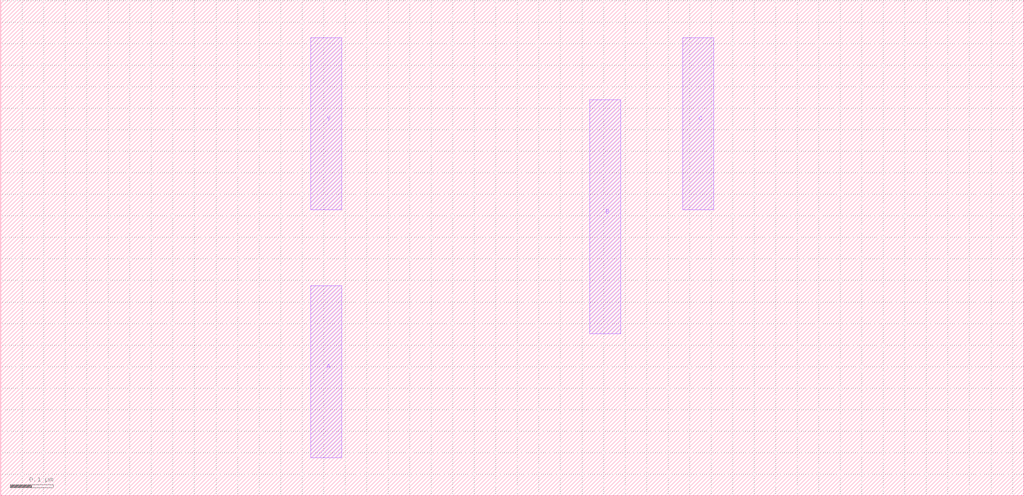
<source format=lef>
VERSION 5.6 ;
BUSBITCHARS "[]" ;
DIVIDERCHAR "/" ;

MACRO AND2x2
  CLASS CORE ;
  ORIGIN 0 0 ;
  FOREIGN AND2x2 0 0 ;
SIZE 1.296 BY 0.576 ;
  SYMMETRY X Y ;
  SITE coreSite ;
  PIN A
    DIRECTION INPUT ;
    USE SIGNAL ;
    PORT
      LAYER M1 ;
RECT 0.72 0.088 0.792 0.488 ;
    END
  END A
  PIN B
    DIRECTION INPUT ;
    USE SIGNAL ;
    PORT
      LAYER M1 ;
RECT 0.936 0.088 1.008 0.488 ;
    END
  END B
  PIN Y
    DIRECTION OUTPUT ;
    USE SIGNAL ;
    PORT
      LAYER M1 ;
RECT 0.504 0.088 0.576 0.488 ;
    END
  END Y
END AND2x2

MACRO AND3x1
  CLASS CORE ;
  ORIGIN 0 0 ;
  FOREIGN AND3x1 0 0 ;
SIZE 1.296 BY 0.576 ;
  SYMMETRY X Y ;
  SITE coreSite ;
  PIN A
    DIRECTION INPUT ;
    USE SIGNAL ;
    PORT
      LAYER M1 ;
RECT 0.936 0.088 1.008 0.488 ;
    END
  END A
  PIN B
    DIRECTION INPUT ;
    USE SIGNAL ;
    PORT
      LAYER M1 ;
RECT 0.72 0.088 0.792 0.488 ;
    END
  END B
  PIN C
    DIRECTION INPUT ;
    USE SIGNAL ;
    PORT
      LAYER M1 ;
RECT 0.504 0.088 0.576 0.488 ;
    END
  END C
  PIN Y
    DIRECTION OUTPUT ;
    USE SIGNAL ;
    PORT
      LAYER M1 ;
RECT 0.288 0.088 0.36 0.488 ;
    END
  END Y
END AND3x1

MACRO AND3x2
  CLASS CORE ;
  ORIGIN 0 0 ;
  FOREIGN AND3x2 0 0 ;
SIZE 1.512 BY 0.576 ;
  SYMMETRY X Y ;
  SITE coreSite ;
  PIN A
    DIRECTION INPUT ;
    USE SIGNAL ;
    PORT
      LAYER M1 ;
RECT 1.152 0.088 1.224 0.488 ;
    END
  END A
  PIN B
    DIRECTION INPUT ;
    USE SIGNAL ;
    PORT
      LAYER M1 ;
RECT 0.936 0.088 1.008 0.488 ;
    END
  END B
  PIN C
    DIRECTION INPUT ;
    USE SIGNAL ;
    PORT
      LAYER M1 ;
RECT 0.72 0.088 0.792 0.488 ;
    END
  END C
  PIN Y
    DIRECTION OUTPUT ;
    USE SIGNAL ;
    PORT
      LAYER M1 ;
RECT 0.504 0.088 0.576 0.488 ;
    END
  END Y
END AND3x2

MACRO AOI21x1
  CLASS CORE ;
  ORIGIN 0 0 ;
  FOREIGN AOI21x1 0 0 ;
SIZE 1.944 BY 0.576 ;
  SYMMETRY X Y ;
  SITE coreSite ;
  PIN A1
    DIRECTION INPUT ;
    USE SIGNAL ;
    PORT
      LAYER M1 ;
RECT 0.072 0.088 0.144 0.488 ;
    END
  END A1
  PIN A2
    DIRECTION INPUT ;
    USE SIGNAL ;
    PORT
      LAYER M1 ;
RECT 1.584 0.088 1.656 0.488 ;
    END
  END A2
  PIN B
    DIRECTION INPUT ;
    USE SIGNAL ;
    PORT
      LAYER M1 ;
RECT 1.152 0.088 1.224 0.488 ;
    END
  END B
  PIN Y
    DIRECTION OUTPUT ;
    USE SIGNAL ;
    PORT
      LAYER M2 ;
RECT 0.268 0.252 0.812 0.324 ;
      LAYER M1 ;
RECT 0.72 0.088 0.792 0.488 ;
RECT 0.288 0.088 0.36 0.344 ;
      LAYER V1 ;
RECT 0.288 0.252 0.36 0.324 ;
RECT 0.72 0.252 0.792 0.324 ;
    END
  END Y
  OBS
    LAYER M1 ;
RECT 1.368 0.088 1.44 0.344 ;
RECT 0.504 0.088 0.576 0.344 ;
    LAYER M2 ;
RECT 0.484 0.108 1.46 0.18 ;
    LAYER V1 ;
RECT 1.368 0.108 1.44 0.18 ;
RECT 0.504 0.108 0.576 0.18 ;
  END
END AOI21x1

MACRO AOI22x1
  CLASS CORE ;
  ORIGIN 0 0 ;
  FOREIGN AOI22x1 0 0 ;
SIZE 1.296 BY 1.152 ;
  SYMMETRY X Y ;
  SITE coreSite ;
  PIN A1
    DIRECTION INPUT ;
    USE SIGNAL ;
    PORT
      LAYER M1 ;
RECT 0.936 0.088 1.008 0.488 ;
    END
  END A1
  PIN A2
    DIRECTION INPUT ;
    USE SIGNAL ;
    PORT
      LAYER M1 ;
RECT 0.72 0.088 0.792 0.488 ;
    END
  END A2
  PIN B1
    DIRECTION INPUT ;
    USE SIGNAL ;
    PORT
      LAYER M1 ;
RECT 0.288 0.088 0.36 0.488 ;
    END
  END B1
  PIN B2
    DIRECTION INPUT ;
    USE SIGNAL ;
    PORT
      LAYER M1 ;
RECT 0.504 0.664 0.576 1.064 ;
    END
  END B2
  PIN Y
    DIRECTION OUTPUT ;
    USE SIGNAL ;
    PORT
      LAYER M1 ;
RECT 0.72 0.664 0.792 1.064 ;
    END
  END Y
END AOI22x1

MACRO BUFx2
  CLASS CORE ;
  ORIGIN 0 0 ;
  FOREIGN BUFx2 0 0 ;
SIZE 1.08 BY 0.576 ;
  SYMMETRY X Y ;
  SITE coreSite ;
  PIN A
    DIRECTION INPUT ;
    USE SIGNAL ;
    PORT
      LAYER M1 ;
RECT 0.72 0.088 0.792 0.488 ;
    END
  END A
  PIN Y
    DIRECTION OUTPUT ;
    USE SIGNAL ;
    PORT
      LAYER M1 ;
RECT 0.504 0.088 0.576 0.488 ;
    END
  END Y
END BUFx2

MACRO BUFx3
  CLASS CORE ;
  ORIGIN 0 0 ;
  FOREIGN BUFx3 0 0 ;
SIZE 1.296 BY 0.576 ;
  SYMMETRY X Y ;
  SITE coreSite ;
  PIN A
    DIRECTION INPUT ;
    USE SIGNAL ;
    PORT
      LAYER M1 ;
RECT 0.936 0.088 1.008 0.488 ;
    END
  END A
  PIN Y
    DIRECTION OUTPUT ;
    USE SIGNAL ;
    PORT
      LAYER M1 ;
RECT 0.72 0.088 0.792 0.488 ;
    END
  END Y
END BUFx3

MACRO BUFx4
  CLASS CORE ;
  ORIGIN 0 0 ;
  FOREIGN BUFx4 0 0 ;
SIZE 1.512 BY 0.576 ;
  SYMMETRY X Y ;
  SITE coreSite ;
  PIN A
    DIRECTION INPUT ;
    USE SIGNAL ;
    PORT
      LAYER M1 ;
RECT 1.152 0.088 1.224 0.488 ;
    END
  END A
  PIN Y
    DIRECTION OUTPUT ;
    USE SIGNAL ;
    PORT
      LAYER M1 ;
RECT 0.936 0.088 1.008 0.488 ;
    END
  END Y
END BUFx4

MACRO BUFx8
  CLASS CORE ;
  ORIGIN 0 0 ;
  FOREIGN BUFx8 0 0 ;
SIZE 2.592 BY 0.576 ;
  SYMMETRY X Y ;
  SITE coreSite ;
  PIN A
    DIRECTION INPUT ;
    USE SIGNAL ;
    PORT
      LAYER M1 ;
RECT 0.288 0.088 0.36 0.488 ;
    END
  END A
  PIN Y
    DIRECTION OUTPUT ;
    USE SIGNAL ;
    PORT
      LAYER M1 ;
RECT 2.232 0.088 2.304 0.488 ;
    END
  END Y
END BUFx8

MACRO DFFHQNx1
  CLASS CORE ;
  ORIGIN 0 0 ;
  FOREIGN DFFHQNx1 0 0 ;
SIZE 1.728 BY 1.152 ;
  SYMMETRY X Y ;
  SITE coreSite ;
  PIN CLK
    DIRECTION OUTPUT ;
    USE CLOCK ;
    PORT
      LAYER M1 ;
RECT 0.288 0.088 0.36 0.488 ;
    END
  END CLK
  PIN D
    DIRECTION INPUT ;
    USE SIGNAL ;
    PORT
      LAYER M1 ;
RECT 0.288 0.664 0.36 1.064 ;
    END
  END D
  PIN QN
    DIRECTION OUTPUT ;
    USE SIGNAL ;
    PORT
      LAYER M1 ;
RECT 1.368 0.376 1.44 0.92 ;
    END
  END QN
  OBS
    LAYER M1 ;
RECT 1.152 0.376 1.224 0.92 ;
RECT 0.936 0.232 1.008 0.92 ;
RECT 0.72 0.376 0.792 1.064 ;
RECT 0.504 0.088 0.576 0.776 ;
RECT 0.072 0.232 0.144 0.776 ;
  END
END DFFHQNx1

MACRO DFFHQNx2
  CLASS CORE ;
  ORIGIN 0 0 ;
  FOREIGN DFFHQNx2 0 0 ;
SIZE 1.944 BY 1.152 ;
  SYMMETRY X Y ;
  SITE coreSite ;
  PIN CLK
    DIRECTION OUTPUT ;
    USE CLOCK ;
    PORT
      LAYER M1 ;
RECT 1.584 0.664 1.656 1.064 ;
    END
  END CLK
  PIN D
    DIRECTION INPUT ;
    USE SIGNAL ;
    PORT
      LAYER M1 ;
RECT 0.504 0.376 0.576 0.92 ;
    END
  END D
  PIN QN
    DIRECTION OUTPUT ;
    USE SIGNAL ;
    PORT
      LAYER M1 ;
RECT 1.368 0.088 1.44 0.488 ;
    END
  END QN
  OBS
    LAYER M1 ;
RECT 1.152 0.232 1.224 0.92 ;
RECT 0.936 0.376 1.008 0.92 ;
RECT 0.72 0.376 0.792 1.064 ;
  END
END DFFHQNx2

MACRO DFFHQNx3
  CLASS CORE ;
  ORIGIN 0 0 ;
  FOREIGN DFFHQNx3 0 0 ;
SIZE 2.16 BY 1.152 ;
  SYMMETRY X Y ;
  SITE coreSite ;
  PIN CLK
    DIRECTION OUTPUT ;
    USE CLOCK ;
    PORT
      LAYER M1 ;
RECT 0.288 0.664 0.36 1.064 ;
    END
  END CLK
  PIN D
    DIRECTION INPUT ;
    USE SIGNAL ;
    PORT
      LAYER M1 ;
RECT 0.288 0.088 0.36 0.488 ;
    END
  END D
  PIN QN
    DIRECTION OUTPUT ;
    USE SIGNAL ;
    PORT
      LAYER M1 ;
RECT 1.368 0.088 1.44 0.488 ;
    END
  END QN
  OBS
    LAYER M1 ;
RECT 1.152 0.376 1.224 1.064 ;
RECT 0.936 0.232 1.008 0.776 ;
RECT 0.72 0.088 0.792 0.776 ;
RECT 0.504 0.232 0.576 1.064 ;
RECT 0.072 0.376 0.144 0.776 ;
  END
END DFFHQNx3

MACRO DHLx1
  CLASS CORE ;
  ORIGIN 0 0 ;
  FOREIGN DHLx1 0 0 ;
SIZE 1.512 BY 1.152 ;
  SYMMETRY X Y ;
  SITE coreSite ;
  PIN CLK
    DIRECTION OUTPUT ;
    USE CLOCK ;
    PORT
      LAYER M1 ;
RECT 1.152 0.664 1.224 1.064 ;
    END
  END CLK
  PIN D
    DIRECTION INPUT ;
    USE SIGNAL ;
    PORT
      LAYER M1 ;
RECT 1.152 0.088 1.224 0.488 ;
    END
  END D
  PIN Q
    DIRECTION OUTPUT ;
    USE SIGNAL ;
    PORT
      LAYER M1 ;
RECT 0.72 0.664 0.792 1.064 ;
    END
  END Q
  OBS
    LAYER M1 ;
RECT 0.936 0.232 1.008 0.776 ;
RECT 0.504 0.376 0.576 0.92 ;
RECT 0.288 0.088 0.36 0.776 ;
RECT 0.072 0.376 0.144 0.776 ;
  END
END DHLx1

MACRO DHLx2
  CLASS CORE ;
  ORIGIN 0 0 ;
  FOREIGN DHLx2 0 0 ;
SIZE 1.512 BY 1.152 ;
  SYMMETRY X Y ;
  SITE coreSite ;
  PIN CLK
    DIRECTION OUTPUT ;
    USE CLOCK ;
    PORT
      LAYER M1 ;
RECT 0.288 0.088 0.36 0.488 ;
    END
  END CLK
  PIN D
    DIRECTION INPUT ;
    USE SIGNAL ;
    PORT
      LAYER M1 ;
RECT 0.288 0.664 0.36 1.064 ;
    END
  END D
  PIN Q
    DIRECTION OUTPUT ;
    USE SIGNAL ;
    PORT
      LAYER M1 ;
RECT 1.152 0.232 1.224 0.776 ;
    END
  END Q
  OBS
    LAYER M1 ;
RECT 0.936 0.376 1.008 0.776 ;
RECT 0.72 0.232 0.792 0.92 ;
RECT 0.504 0.376 0.576 1.064 ;
RECT 0.072 0.376 0.144 0.776 ;
  END
END DHLx2

MACRO DHLx3
  CLASS CORE ;
  ORIGIN 0 0 ;
  FOREIGN DHLx3 0 0 ;
SIZE 1.728 BY 1.152 ;
  SYMMETRY X Y ;
  SITE coreSite ;
  PIN CLK
    DIRECTION OUTPUT ;
    USE CLOCK ;
    PORT
      LAYER M1 ;
RECT 0.288 0.664 0.36 1.064 ;
    END
  END CLK
  PIN D
    DIRECTION INPUT ;
    USE SIGNAL ;
    PORT
      LAYER M1 ;
RECT 1.152 0.376 1.224 0.92 ;
    END
  END D
  PIN Q
    DIRECTION OUTPUT ;
    USE SIGNAL ;
    PORT
      LAYER M1 ;
RECT 0.288 0.088 0.36 0.488 ;
    END
  END Q
  OBS
    LAYER M1 ;
RECT 0.72 0.376 0.792 0.92 ;
RECT 0.504 0.232 0.576 0.776 ;
  END
END DHLx3

MACRO FAx1
  CLASS CORE ;
  ORIGIN 0 0 ;
  FOREIGN FAx1 0 0 ;
SIZE 1.944 BY 1.152 ;
  SYMMETRY X Y ;
  SITE coreSite ;
  PIN A
    DIRECTION INPUT ;
    USE SIGNAL ;
    PORT
      LAYER M1 ;
RECT 1.152 0.232 1.224 0.776 ;
    END
  END A
  PIN B
    DIRECTION INPUT ;
    USE SIGNAL ;
    PORT
      LAYER M1 ;
RECT 0.72 0.376 0.792 1.064 ;
    END
  END B
  PIN CI
    DIRECTION INPUT ;
    USE SIGNAL ;
    PORT
      LAYER M1 ;
RECT 1.584 0.376 1.656 0.92 ;
    END
  END CI
  PIN CON
    DIRECTION OUTPUT ;
    USE SIGNAL ;
    PORT
      LAYER M1 ;
RECT 0.504 0.088 0.576 0.776 ;
    END
  END CON
  PIN SN
    DIRECTION OUTPUT ;
    USE SIGNAL ;
    PORT
      LAYER M1 ;
RECT 0.288 0.664 0.36 1.064 ;
    END
  END SN
  OBS
    LAYER M1 ;
RECT 1.152 0.808 1.224 1.064 ;
RECT 0.936 0.376 1.008 1.064 ;
RECT 0.504 0.808 0.576 1.064 ;
    LAYER M2 ;
RECT 0.484 0.972 1.244 1.044 ;
    LAYER V1 ;
RECT 1.152 0.972 1.224 1.044 ;
RECT 0.504 0.972 0.576 1.044 ;
  END
END FAx1

MACRO INVx1
  CLASS CORE ;
  ORIGIN 0 0 ;
  FOREIGN INVx1 0 0 ;
SIZE 0.648 BY 0.576 ;
  SYMMETRY X Y ;
  SITE coreSite ;
  PIN A
    DIRECTION INPUT ;
    USE SIGNAL ;
    PORT
      LAYER M1 ;
RECT 0.288 0.088 0.36 0.488 ;
    END
  END A
  PIN Y
    DIRECTION OUTPUT ;
    USE SIGNAL ;
    PORT
      LAYER M1 ;
RECT 0.072 0.088 0.144 0.488 ;
    END
  END Y
END INVx1

MACRO INVx2
  CLASS CORE ;
  ORIGIN 0 0 ;
  FOREIGN INVx2 0 0 ;
SIZE 0.864 BY 0.576 ;
  SYMMETRY X Y ;
  SITE coreSite ;
  PIN A
    DIRECTION INPUT ;
    USE SIGNAL ;
    PORT
      LAYER M1 ;
RECT 0.504 0.088 0.576 0.488 ;
    END
  END A
  PIN Y
    DIRECTION OUTPUT ;
    USE SIGNAL ;
    PORT
      LAYER M1 ;
RECT 0.288 0.088 0.36 0.488 ;
    END
  END Y
END INVx2

MACRO INVx4
  CLASS CORE ;
  ORIGIN 0 0 ;
  FOREIGN INVx4 0 0 ;
SIZE 1.296 BY 0.576 ;
  SYMMETRY X Y ;
  SITE coreSite ;
  PIN A
    DIRECTION INPUT ;
    USE SIGNAL ;
    PORT
      LAYER M1 ;
RECT 0.288 0.088 0.36 0.488 ;
    END
  END A
  PIN Y
    DIRECTION OUTPUT ;
    USE SIGNAL ;
    PORT
      LAYER M1 ;
RECT 0.936 0.088 1.008 0.488 ;
    END
  END Y
END INVx4

MACRO INVx8
  CLASS CORE ;
  ORIGIN 0 0 ;
  FOREIGN INVx8 0 0 ;
SIZE 2.16 BY 0.576 ;
  SYMMETRY X Y ;
  SITE coreSite ;
  PIN A
    DIRECTION INPUT ;
    USE SIGNAL ;
    PORT
      LAYER M1 ;
RECT 1.8 0.088 1.872 0.488 ;
    END
  END A
  PIN Y
    DIRECTION OUTPUT ;
    USE SIGNAL ;
    PORT
      LAYER M1 ;
RECT 0.072 0.088 0.144 0.488 ;
    END
  END Y
END INVx8

MACRO NAND2x1
  CLASS CORE ;
  ORIGIN 0 0 ;
  FOREIGN NAND2x1 0 0 ;
SIZE 1.296 BY 0.576 ;
  SYMMETRY X Y ;
  SITE coreSite ;
  PIN A
    DIRECTION INPUT ;
    USE SIGNAL ;
    PORT
      LAYER M1 ;
RECT 0.936 0.088 1.008 0.488 ;
    END
  END A
  PIN B
    DIRECTION INPUT ;
    USE SIGNAL ;
    PORT
      LAYER M1 ;
RECT 0.504 0.088 0.576 0.488 ;
    END
  END B
  PIN Y
    DIRECTION OUTPUT ;
    USE SIGNAL ;
    PORT
      LAYER M1 ;
RECT 0.288 0.088 0.36 0.488 ;
    END
  END Y
  OBS
    LAYER M1 ;
RECT 0.72 0.232 0.792 0.488 ;
RECT 0.072 0.088 0.144 0.344 ;
  END
END NAND2x1

MACRO NAND2x2
  CLASS CORE ;
  ORIGIN 0 0 ;
  FOREIGN NAND2x2 0 0 ;
SIZE 2.16 BY 0.576 ;
  SYMMETRY X Y ;
  SITE coreSite ;
  PIN A
    DIRECTION INPUT ;
    USE SIGNAL ;
    PORT
      LAYER M1 ;
RECT 1.8 0.232 1.872 0.488 ;
    END
  END A
  PIN B
    DIRECTION INPUT ;
    USE SIGNAL ;
    PORT
      LAYER M1 ;
RECT 0.072 0.232 0.144 0.488 ;
    END
  END B
  PIN Y
    DIRECTION OUTPUT ;
    USE SIGNAL ;
    PORT
      LAYER M1 ;
RECT 1.584 0.088 1.656 0.488 ;
    END
  END Y
  OBS
    LAYER M1 ;
RECT 2.016 0.088 2.088 0.488 ;
RECT 0.288 0.088 0.36 0.488 ;
  END
END NAND2x2

MACRO NAND3x1
  CLASS CORE ;
  ORIGIN 0 0 ;
  FOREIGN NAND3x1 0 0 ;
SIZE 2.376 BY 0.576 ;
  SYMMETRY X Y ;
  SITE coreSite ;
  PIN A
    DIRECTION INPUT ;
    USE SIGNAL ;
    PORT
      LAYER M1 ;
RECT 0.72 0.088 0.792 0.488 ;
    END
  END A
  PIN B
    DIRECTION INPUT ;
    USE SIGNAL ;
    PORT
      LAYER M1 ;
RECT 0.072 0.088 0.144 0.488 ;
    END
  END B
  PIN C
    DIRECTION INPUT ;
    USE SIGNAL ;
    PORT
      LAYER M1 ;
RECT 2.016 0.232 2.088 0.488 ;
    END
  END C
  PIN Y
    DIRECTION OUTPUT ;
    USE SIGNAL ;
    PORT
      LAYER M2 ;
RECT 1.132 0.108 1.676 0.18 ;
      LAYER M1 ;
RECT 1.584 0.088 1.656 0.488 ;
RECT 1.152 0.088 1.224 0.344 ;
      LAYER V1 ;
RECT 1.152 0.108 1.224 0.18 ;
RECT 1.584 0.108 1.656 0.18 ;
    END
  END Y
  OBS
    LAYER M1 ;
RECT 2.232 0.088 2.304 0.488 ;
RECT 1.368 0.088 1.44 0.344 ;
RECT 0.936 0.088 1.008 0.344 ;
    LAYER M2 ;
RECT 0.916 0.252 1.46 0.324 ;
    LAYER V1 ;
RECT 1.368 0.252 1.44 0.324 ;
RECT 0.936 0.252 1.008 0.324 ;
  END
END NAND3x1

MACRO NAND3x2
  CLASS CORE ;
  ORIGIN 0 0 ;
  FOREIGN NAND3x2 0 0 ;
SIZE 2.376 BY 1.152 ;
  SYMMETRY X Y ;
  SITE coreSite ;
  PIN A
    DIRECTION INPUT ;
    USE SIGNAL ;
    PORT
      LAYER M1 ;
RECT 0.72 0.088 0.792 0.488 ;
    END
  END A
  PIN B
    DIRECTION INPUT ;
    USE SIGNAL ;
    PORT
      LAYER M1 ;
RECT 1.368 0.376 1.44 0.92 ;
    END
  END B
  PIN C
    DIRECTION INPUT ;
    USE SIGNAL ;
    PORT
      LAYER M1 ;
RECT 1.584 0.664 1.656 1.064 ;
    END
  END C
  PIN Y
    DIRECTION OUTPUT ;
    USE SIGNAL ;
    PORT
      LAYER M1 ;
RECT 0.72 0.664 0.792 1.064 ;
    END
  END Y
END NAND3x2

MACRO NOR2x1
  CLASS CORE ;
  ORIGIN 0 0 ;
  FOREIGN NOR2x1 0 0 ;
SIZE 0.864 BY 1.152 ;
  SYMMETRY X Y ;
  SITE coreSite ;
  PIN A
    DIRECTION INPUT ;
    USE SIGNAL ;
    PORT
      LAYER M1 ;
RECT 0.288 0.088 0.36 0.488 ;
    END
  END A
  PIN B
    DIRECTION INPUT ;
    USE SIGNAL ;
    PORT
      LAYER M1 ;
RECT 0.504 0.664 0.576 1.064 ;
    END
  END B
  PIN Y
    DIRECTION OUTPUT ;
    USE SIGNAL ;
    PORT
      LAYER M1 ;
RECT 0.288 0.664 0.36 1.064 ;
    END
  END Y
END NOR2x1

MACRO NOR2x2
  CLASS CORE ;
  ORIGIN 0 0 ;
  FOREIGN NOR2x2 0 0 ;
SIZE 1.296 BY 1.152 ;
  SYMMETRY X Y ;
  SITE coreSite ;
  PIN A
    DIRECTION INPUT ;
    USE SIGNAL ;
    PORT
      LAYER M1 ;
RECT 0.288 0.088 0.36 0.488 ;
    END
  END A
  PIN B
    DIRECTION INPUT ;
    USE SIGNAL ;
    PORT
      LAYER M1 ;
RECT 0.72 0.664 0.792 1.064 ;
    END
  END B
  PIN Y
    DIRECTION OUTPUT ;
    USE SIGNAL ;
    PORT
      LAYER M1 ;
RECT 0.72 0.088 0.792 0.488 ;
    END
  END Y
END NOR2x2

MACRO NOR3x1
  CLASS CORE ;
  ORIGIN 0 0 ;
  FOREIGN NOR3x1 0 0 ;
SIZE 1.512 BY 1.152 ;
  SYMMETRY X Y ;
  SITE coreSite ;
  PIN A
    DIRECTION INPUT ;
    USE SIGNAL ;
    PORT
      LAYER M1 ;
RECT 0.72 0.376 0.792 0.92 ;
    END
  END A
  PIN B
    DIRECTION INPUT ;
    USE SIGNAL ;
    PORT
      LAYER M1 ;
RECT 1.152 0.088 1.224 0.488 ;
    END
  END B
  PIN C
    DIRECTION INPUT ;
    USE SIGNAL ;
    PORT
      LAYER M1 ;
RECT 0.288 0.088 0.36 0.488 ;
    END
  END C
  PIN Y
    DIRECTION OUTPUT ;
    USE SIGNAL ;
    PORT
      LAYER M1 ;
RECT 0.288 0.664 0.36 1.064 ;
    END
  END Y
END NOR3x1

MACRO NOR3x2
  CLASS CORE ;
  ORIGIN 0 0 ;
  FOREIGN NOR3x2 0 0 ;
SIZE 2.376 BY 1.152 ;
  SYMMETRY X Y ;
  SITE coreSite ;
  PIN A
    DIRECTION INPUT ;
    USE SIGNAL ;
    PORT
      LAYER M1 ;
RECT 2.016 0.088 2.088 0.488 ;
    END
  END A
  PIN B
    DIRECTION INPUT ;
    USE SIGNAL ;
    PORT
      LAYER M1 ;
RECT 1.368 0.088 1.44 0.488 ;
    END
  END B
  PIN C
    DIRECTION INPUT ;
    USE SIGNAL ;
    PORT
      LAYER M1 ;
RECT 0.288 0.088 0.36 0.488 ;
    END
  END C
  PIN Y
    DIRECTION OUTPUT ;
    USE SIGNAL ;
    PORT
      LAYER M1 ;
RECT 1.584 0.664 1.656 1.064 ;
    END
  END Y
END NOR3x2

MACRO OAI21x1
  CLASS CORE ;
  ORIGIN 0 0 ;
  FOREIGN OAI21x1 0 0 ;
SIZE 1.08 BY 1.152 ;
  SYMMETRY X Y ;
  SITE coreSite ;
  PIN A1
    DIRECTION INPUT ;
    USE SIGNAL ;
    PORT
      LAYER M1 ;
RECT 0.72 0.088 0.792 0.488 ;
    END
  END A1
  PIN A2
    DIRECTION INPUT ;
    USE SIGNAL ;
    PORT
      LAYER M1 ;
RECT 0.504 0.232 0.576 0.776 ;
    END
  END A2
  PIN B
    DIRECTION INPUT ;
    USE SIGNAL ;
    PORT
      LAYER M1 ;
RECT 0.072 0.376 0.144 0.92 ;
    END
  END B
  PIN Y
    DIRECTION OUTPUT ;
    USE SIGNAL ;
    PORT
      LAYER M1 ;
RECT 0.288 0.376 0.36 1.064 ;
    END
  END Y
END OAI21x1

MACRO OAI22x1
  CLASS CORE ;
  ORIGIN 0 0 ;
  FOREIGN OAI22x1 0 0 ;
SIZE 1.296 BY 1.152 ;
  SYMMETRY X Y ;
  SITE coreSite ;
  PIN A1
    DIRECTION INPUT ;
    USE SIGNAL ;
    PORT
      LAYER M1 ;
RECT 0.288 0.664 0.36 1.064 ;
    END
  END A1
  PIN A2
    DIRECTION INPUT ;
    USE SIGNAL ;
    PORT
      LAYER M1 ;
RECT 0.288 0.088 0.36 0.488 ;
    END
  END A2
  PIN B1
    DIRECTION INPUT ;
    USE SIGNAL ;
    PORT
      LAYER M1 ;
RECT 0.936 0.664 1.008 1.064 ;
    END
  END B1
  PIN B2
    DIRECTION INPUT ;
    USE SIGNAL ;
    PORT
      LAYER M1 ;
RECT 0.504 0.088 0.576 0.488 ;
    END
  END B2
  PIN Y
    DIRECTION OUTPUT ;
    USE SIGNAL ;
    PORT
      LAYER M1 ;
RECT 0.72 0.376 0.792 1.064 ;
    END
  END Y
END OAI22x1

MACRO OR2x2
  CLASS CORE ;
  ORIGIN 0 0 ;
  FOREIGN OR2x2 0 0 ;
SIZE 0.864 BY 1.152 ;
  SYMMETRY X Y ;
  SITE coreSite ;
  PIN A
    DIRECTION INPUT ;
    USE SIGNAL ;
    PORT
      LAYER M1 ;
RECT 0.504 0.664 0.576 1.064 ;
    END
  END A
  PIN B
    DIRECTION INPUT ;
    USE SIGNAL ;
    PORT
      LAYER M1 ;
RECT 0.072 0.376 0.144 0.92 ;
    END
  END B
  PIN Y
    DIRECTION OUTPUT ;
    USE SIGNAL ;
    PORT
      LAYER M1 ;
RECT 0.504 0.088 0.576 0.488 ;
    END
  END Y
  OBS
    LAYER M1 ;
RECT 0.288 0.376 0.36 0.776 ;
  END
END OR2x2

MACRO OR3x1
  CLASS CORE ;
  ORIGIN 0 0 ;
  FOREIGN OR3x1 0 0 ;
SIZE 0.864 BY 1.152 ;
  SYMMETRY X Y ;
  SITE coreSite ;
  PIN A
    DIRECTION INPUT ;
    USE SIGNAL ;
    PORT
      LAYER M1 ;
RECT 0.504 0.088 0.576 0.488 ;
    END
  END A
  PIN B
    DIRECTION INPUT ;
    USE SIGNAL ;
    PORT
      LAYER M1 ;
RECT 0.288 0.088 0.36 0.488 ;
    END
  END B
  PIN C
    DIRECTION INPUT ;
    USE SIGNAL ;
    PORT
      LAYER M1 ;
RECT 0.288 0.664 0.36 1.064 ;
    END
  END C
  PIN Y
    DIRECTION OUTPUT ;
    USE SIGNAL ;
    PORT
      LAYER M1 ;
RECT 0.504 0.664 0.576 1.064 ;
    END
  END Y
  OBS
    LAYER M1 ;
RECT 0.72 0.376 0.792 1.064 ;
  END
END OR3x1

MACRO OR3x2
  CLASS CORE ;
  ORIGIN 0 0 ;
  FOREIGN OR3x2 0 0 ;
SIZE 1.08 BY 1.152 ;
  SYMMETRY X Y ;
  SITE coreSite ;
  PIN A
    DIRECTION INPUT ;
    USE SIGNAL ;
    PORT
      LAYER M1 ;
RECT 0.72 0.664 0.792 1.064 ;
    END
  END A
  PIN B
    DIRECTION INPUT ;
    USE SIGNAL ;
    PORT
      LAYER M1 ;
RECT 0.72 0.088 0.792 0.488 ;
    END
  END B
  PIN C
    DIRECTION INPUT ;
    USE SIGNAL ;
    PORT
      LAYER M1 ;
RECT 0.504 0.376 0.576 0.92 ;
    END
  END C
  PIN Y
    DIRECTION OUTPUT ;
    USE SIGNAL ;
    PORT
      LAYER M1 ;
RECT 0.072 0.232 0.144 0.776 ;
    END
  END Y
END OR3x2

MACRO XNOR2x1
  CLASS CORE ;
  ORIGIN 0 0 ;
  FOREIGN XNOR2x1 0 0 ;
SIZE 1.296 BY 1.152 ;
  SYMMETRY X Y ;
  SITE coreSite ;
  PIN A
    DIRECTION INPUT ;
    USE SIGNAL ;
    PORT
      LAYER M1 ;
RECT 0.72 0.376 0.792 0.92 ;
    END
  END A
  PIN B
    DIRECTION INPUT ;
    USE SIGNAL ;
    PORT
      LAYER M1 ;
RECT 0.504 0.232 0.576 0.92 ;
    END
  END B
  PIN Y
    DIRECTION OUTPUT ;
    USE SIGNAL ;
    PORT
      LAYER M1 ;
RECT 0.072 0.664 0.144 1.064 ;
    END
  END Y
  OBS
    LAYER M1 ;
RECT 0.936 0.376 1.008 0.92 ;
RECT 0.288 0.088 0.36 1.064 ;
  END
END XNOR2x1

MACRO XOR2x1
  CLASS CORE ;
  ORIGIN 0 0 ;
  FOREIGN XOR2x1 0 0 ;
SIZE 1.296 BY 1.152 ;
  SYMMETRY X Y ;
  SITE coreSite ;
  PIN A
    DIRECTION INPUT ;
    USE SIGNAL ;
    PORT
      LAYER M1 ;
RECT 0.72 0.088 0.792 0.488 ;
    END
  END A
  PIN B
    DIRECTION INPUT ;
    USE SIGNAL ;
    PORT
      LAYER M1 ;
RECT 0.504 0.232 0.576 0.776 ;
    END
  END B
  PIN Y
    DIRECTION OUTPUT ;
    USE SIGNAL ;
    PORT
      LAYER M1 ;
RECT 0.072 0.664 0.144 1.064 ;
    END
  END Y
  OBS
    LAYER M1 ;
RECT 0.936 0.376 1.008 0.776 ;
RECT 0.288 0.376 0.36 0.92 ;
  END
END XOR2x1

END LIBRARY

</source>
